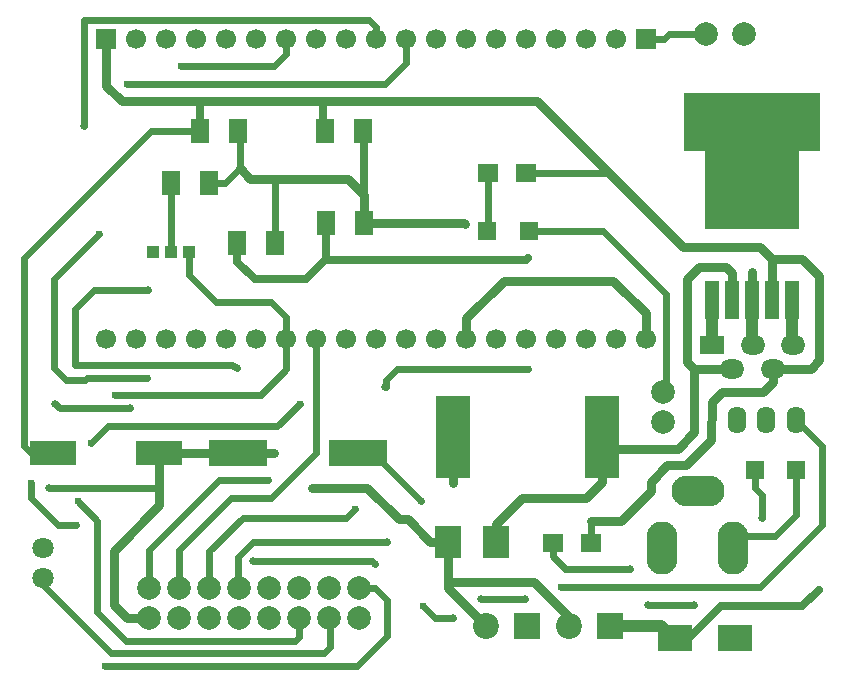
<source format=gtl>
G04 Layer: TopLayer*
G04 EasyEDA v6.5.23, 2023-04-09 10:26:07*
G04 330b7c5f45e04ff093bb28af9a5d1234,10*
G04 Gerber Generator version 0.2*
G04 Scale: 100 percent, Rotated: No, Reflected: No *
G04 Dimensions in millimeters *
G04 leading zeros omitted , absolute positions ,4 integer and 5 decimal *
%FSLAX45Y45*%
%MOMM*%

%AMMACRO1*4,1,9,-4.0008,-5.7819,-4.0008,0.8221,-4.0008,0.8221,-5.7788,0.8221,-5.7788,5.7819,5.7788,5.7819,5.7788,0.8221,3.9997,0.8221,3.9997,-5.7819,-4.0008,-5.7819,0*%
%AMMACRO2*4,1,4,-1,0.75,1,0.75,1,-0.75,-1,-0.75,-1,0.75,0*%
%ADD10C,0.6000*%
%ADD11C,0.8000*%
%ADD12C,1.0000*%
%ADD13C,0.7000*%
%ADD14R,1.1000X1.1000*%
%ADD15R,1.6002X2.0000*%
%ADD16R,1.5000X1.5000*%
%ADD17R,1.8000X1.6000*%
%ADD18R,3.0000X7.0000*%
%ADD19R,5.0000X2.3000*%
%ADD20R,4.0000X2.0000*%
%ADD21R,1.1500X3.2000*%
%ADD22MACRO1*%
%ADD23R,2.2900X2.7200*%
%ADD24R,3.0000X2.2000*%
%ADD25C,1.8000*%
%ADD26R,2.2000X2.2000*%
%ADD27C,2.2000*%
%ADD28C,2.0000*%
%ADD29C,1.7000*%
%ADD30R,1.7000X1.7000*%
%ADD31O,4.499991X2.5999948*%
%ADD32O,2.5999948X4.499991*%
%ADD33O,1.5999968X2.2999954*%
%ADD34MACRO2*%
%ADD35O,2.0999958X1.6500094*%
%ADD36C,5.0000*%
%ADD37C,0.6100*%
%ADD38C,0.6500*%
%ADD39C,0.0106*%

%LPD*%
D10*
X3556000Y850900D02*
G01*
X3657600Y749300D01*
X3810000Y749300D01*
D11*
X3772656Y1397000D02*
G01*
X3772656Y1001196D01*
X4087977Y685876D01*
D10*
X952500Y2641600D02*
G01*
X2184400Y2641600D01*
X2400300Y2857500D01*
X2400300Y3111500D01*
X426211Y2146300D02*
G01*
X241300Y2146300D01*
X177800Y2209800D01*
X177800Y3797300D01*
X1257300Y4876800D01*
X1523745Y4876800D01*
X4051300Y914400D02*
G01*
X4419600Y914400D01*
D11*
X4978400Y1574800D02*
G01*
X5232400Y1574800D01*
X5486400Y1828800D01*
X5486400Y1905000D01*
X5626100Y2044700D01*
X5788657Y2044700D01*
X6000998Y2257046D01*
X6004308Y2575557D01*
X6089401Y2663700D01*
X6434373Y2663700D01*
X6518907Y2748234D01*
X6518907Y2861561D01*
D10*
X2507234Y751842D02*
G01*
X2507234Y589534D01*
X2476500Y558800D01*
X1041400Y558800D01*
X800100Y800100D01*
X800100Y1574800D01*
X635000Y1739900D01*
X2761234Y750570D02*
G01*
X2768600Y743204D01*
X2768600Y508000D01*
X2717800Y457200D01*
X914400Y457200D01*
X342900Y1028700D01*
X342900Y1092200D01*
X1326281Y1850796D02*
G01*
X1322877Y1854200D01*
X393700Y1854200D01*
D11*
X1326286Y2146300D02*
G01*
X1326286Y1707286D01*
X939800Y1320800D01*
X939800Y863600D01*
X1052835Y750570D01*
X1237234Y750570D01*
X5933363Y2861614D02*
G01*
X6178854Y2861614D01*
D10*
X4728718Y1014729D02*
G01*
X6412229Y1014729D01*
X6934200Y1536700D01*
X6934200Y2205736D01*
X6714236Y2425700D01*
X4429506Y4519676D02*
G01*
X5129022Y4517644D01*
X4102100Y4025900D02*
G01*
X4109389Y4033189D01*
X4109389Y4519599D01*
X5588025Y2667000D02*
G01*
X5613400Y2692374D01*
X5613400Y3492500D01*
X5080228Y4025671D01*
X4453254Y4025671D01*
D12*
X6684009Y3443452D02*
G01*
X6684009Y3066465D01*
X6688861Y3061614D01*
D11*
X6173470Y3673602D02*
G01*
X6125972Y3721100D01*
X5892800Y3721100D01*
X5791200Y3619500D01*
X5791200Y2921000D01*
X5850636Y2861563D01*
X5933440Y2861563D01*
X6173444Y3443452D02*
G01*
X6173444Y3673525D01*
X3810000Y1892300D02*
G01*
X3810000Y2280914D01*
X3815085Y2286000D01*
X1991865Y2146300D02*
G01*
X1663700Y2146300D01*
X1326286Y2146300D01*
X1991916Y2146300D02*
G01*
X2298700Y2146300D01*
D10*
X1079500Y2527300D02*
G01*
X482600Y2527300D01*
X444500Y2565400D01*
X1491234Y1004570D02*
G01*
X1491234Y1326134D01*
X1930400Y1765300D01*
X2273300Y1765300D01*
X2654300Y2146300D01*
X2654300Y3111500D01*
X1999234Y1004570D02*
G01*
X1993900Y1009904D01*
X1993900Y1270000D01*
X2120900Y1397000D01*
X3251200Y1397000D01*
X3149600Y1206500D02*
G01*
X3124200Y1231900D01*
X2120900Y1231900D01*
X5308600Y1168400D02*
G01*
X4762500Y1168400D01*
X4658359Y1272539D01*
X4658359Y1384300D01*
X5854700Y863600D02*
G01*
X5461000Y863600D01*
D12*
X5140708Y685800D02*
G01*
X5575325Y685800D01*
X5689625Y571500D01*
D10*
X863600Y342900D02*
G01*
X2997205Y342900D01*
X3251200Y596894D01*
X3251200Y901700D01*
X3148284Y1004620D01*
X3015234Y1004620D01*
X1673910Y4876800D02*
G01*
X1523847Y4876800D01*
X1991918Y2146300D02*
G01*
X1831898Y2146300D01*
X5448300Y5651500D02*
G01*
X5603366Y5651500D01*
X5953785Y5690438D02*
G01*
X5642305Y5690438D01*
X5603366Y5651500D01*
D13*
X2728010Y4876800D02*
G01*
X2715884Y4888925D01*
X2715884Y5127081D01*
X1673910Y4876800D02*
G01*
X1669399Y4881311D01*
X1669399Y5128005D01*
D10*
X2006600Y4559300D02*
G01*
X2006600Y4864100D01*
X1993900Y4876800D01*
X2247900Y1917700D02*
G01*
X1828800Y1917700D01*
X1237234Y1326134D01*
X1237234Y1004570D01*
X1219200Y2781300D02*
G01*
X711200Y2781300D01*
X698500Y2768600D01*
X533400Y2768600D01*
X431800Y2870200D01*
X3416300Y5651500D02*
G01*
X3416300Y5448300D01*
X3238500Y5270500D01*
X1054100Y5270500D01*
X2400325Y5651500D02*
G01*
X2400325Y5524525D01*
X2298700Y5422900D01*
X1511300Y5422900D01*
D12*
X6003290Y3443478D02*
G01*
X6008877Y3061715D01*
X6348856Y3061614D02*
G01*
X6343650Y3066821D01*
X6343650Y3443452D01*
D11*
X6513829Y3443452D02*
G01*
X6513829Y3673525D01*
X1823974Y5128005D02*
G01*
X4521454Y5125212D01*
X5756402Y3890263D01*
X6411468Y3890263D01*
X6513829Y3787902D01*
X6513829Y3673602D01*
X876325Y5651500D02*
G01*
X876300Y5257800D01*
X1006093Y5128005D01*
X1823974Y5128005D01*
X6513829Y3787902D02*
G01*
X6765797Y3787902D01*
X6912356Y3641344D01*
X6912356Y2931413D01*
X6842506Y2861563D01*
X6518909Y2861563D01*
X6343650Y3443455D02*
G01*
X6345631Y3445436D01*
X6345631Y3680231D01*
X5156200Y3606800D02*
G01*
X4241800Y3606800D01*
X3924300Y3289300D01*
X3924300Y3111500D01*
X3911600Y4089400D02*
G01*
X3906895Y4094104D01*
X3056557Y4094104D01*
D13*
X3048000Y4876800D02*
G01*
X3056557Y4868242D01*
X3056557Y4334842D01*
D11*
X5854700Y2858262D02*
G01*
X5854700Y2324100D01*
X5715000Y2184400D01*
X5176520Y2184400D01*
X5074920Y2286000D01*
D10*
X3241802Y2706878D02*
G01*
X3242309Y2761487D01*
X3339845Y2857500D01*
X4445000Y2857500D01*
D11*
X3772661Y1397000D02*
G01*
X3619500Y1397000D01*
X3429000Y1587500D01*
X3352800Y1587500D01*
X3086100Y1854200D01*
X2616200Y1854200D01*
D13*
X4445000Y3797300D02*
G01*
X4432300Y3784600D01*
X2730500Y3784600D01*
X2736542Y3790642D01*
X2736542Y4094104D01*
X5689600Y571500D02*
G01*
X5803900Y571500D01*
X6083300Y850900D01*
X6769100Y850900D01*
X6908800Y990600D01*
D10*
X1745234Y1004570D02*
G01*
X1745234Y1313434D01*
X2032000Y1600200D01*
X2908808Y1600200D01*
X2984500Y1676400D01*
X4978400Y1384300D02*
G01*
X4978400Y1574800D01*
X749300Y2235200D02*
G01*
X889000Y2374900D01*
X2324100Y2374900D01*
X2514600Y2565400D01*
D11*
X5445559Y3114266D02*
G01*
X5445559Y3330140D01*
X5168900Y3606800D01*
X5156200Y3606800D01*
D10*
X6367018Y2006854D02*
G01*
X6367272Y1849628D01*
X6426200Y1790700D01*
X6426200Y1600200D01*
X6184900Y1346200D02*
G01*
X6286500Y1447800D01*
X6540500Y1447800D01*
X6718300Y1625600D01*
X6718300Y2006600D01*
X3011934Y2146300D02*
G01*
X3136900Y2146300D01*
X3543300Y1739900D01*
X241300Y1892300D02*
G01*
X241300Y1765300D01*
X469900Y1536700D01*
X622300Y1536700D01*
D11*
X4177538Y1397000D02*
G01*
X4177538Y1548637D01*
X4394200Y1765300D01*
X4940300Y1765300D01*
X5074920Y1899920D01*
X5074920Y2286000D01*
D10*
X3162300Y5651500D02*
G01*
X3162300Y5753100D01*
X3098800Y5816600D01*
X685800Y5816600D01*
X685800Y4914900D01*
X1981200Y2870200D02*
G01*
X1943100Y2895600D01*
X609600Y2895600D01*
X609600Y3365500D01*
X774700Y3530600D01*
X1231900Y3530600D01*
X431800Y2870200D02*
G01*
X431800Y3619500D01*
X812800Y4000500D01*
X2006600Y4559300D02*
G01*
X1879602Y4432302D01*
X1747512Y4432302D01*
D13*
X1986279Y3924300D02*
G01*
X1986279Y3766820D01*
X2133600Y3619500D01*
X2565400Y3619500D01*
X2730500Y3784600D01*
D10*
X1422400Y3848100D02*
G01*
X1427497Y3853197D01*
X1427497Y4432302D01*
X2400300Y3111500D02*
G01*
X2400300Y3302000D01*
X2273300Y3429000D01*
X1803400Y3429000D01*
X1574800Y3657600D01*
X1574800Y3848100D01*
D11*
X2006600Y4559300D02*
G01*
X2095500Y4470400D01*
X2921000Y4470400D01*
X3056557Y4334842D01*
X3056557Y4094106D01*
D10*
X2306320Y3924300D02*
G01*
X2306320Y4470400D01*
X2298700Y4470400D01*
D11*
X4790693Y685800D02*
G01*
X4790693Y759205D01*
X4495800Y1054100D01*
X3772661Y1054100D01*
D14*
G01*
X1574800Y3848100D03*
G01*
X1422400Y3848100D03*
G01*
X1270000Y3848100D03*
D15*
G01*
X1427505Y4432300D03*
G01*
X1747494Y4432300D03*
D16*
G01*
X4102100Y4025900D03*
G01*
X4453254Y4025671D03*
D17*
G01*
X4429404Y4519599D03*
G01*
X4109389Y4519599D03*
D18*
G01*
X3815003Y2286000D03*
G01*
X5074996Y2286000D03*
D19*
G01*
X1991918Y2146300D03*
G01*
X3011906Y2146300D03*
D20*
G01*
X426313Y2146300D03*
G01*
X1326286Y2146300D03*
D21*
G01*
X6684009Y3443452D03*
G01*
X6513829Y3443452D03*
G01*
X6173470Y3443452D03*
G01*
X6343650Y3443452D03*
G01*
X6003290Y3443452D03*
D22*
G01*
X6343705Y4616805D03*
D23*
G01*
X4177614Y1397000D03*
G01*
X3772611Y1397000D03*
D15*
G01*
X3056534Y4094098D03*
G01*
X2736545Y4094098D03*
G01*
X2728010Y4876800D03*
G01*
X3048000Y4876800D03*
G01*
X1673910Y4876800D03*
G01*
X1993900Y4876800D03*
G01*
X1986305Y3924300D03*
G01*
X2306294Y3924300D03*
D16*
G01*
X6367145Y2006828D03*
G01*
X6718300Y2006600D03*
D17*
G01*
X4978400Y1384300D03*
G01*
X4658385Y1384300D03*
D24*
G01*
X5689600Y584200D03*
G01*
X6197600Y584200D03*
D25*
G01*
X342900Y1092200D03*
G01*
X342900Y1346200D03*
D26*
G01*
X5140680Y685800D03*
D27*
G01*
X4790719Y685800D03*
D26*
G01*
X4437938Y685871D03*
D27*
G01*
X4087977Y685871D03*
D28*
G01*
X6274104Y5691403D03*
G01*
X3015234Y1004620D03*
G01*
X3015234Y750620D03*
G01*
X2761234Y1004620D03*
G01*
X2761259Y750646D03*
G01*
X2507234Y1004620D03*
G01*
X2507234Y750620D03*
G01*
X2253234Y1004620D03*
G01*
X2253259Y750646D03*
G01*
X1999234Y1004620D03*
G01*
X1999234Y750620D03*
G01*
X1745234Y1004620D03*
G01*
X1745234Y750620D03*
G01*
X1491234Y1004620D03*
G01*
X1491234Y750620D03*
G01*
X1237234Y1004620D03*
G01*
X1237259Y750646D03*
D29*
G01*
X5194325Y3111500D03*
G01*
X4940325Y3111500D03*
G01*
X4686325Y3111500D03*
G01*
X4432325Y3111500D03*
G01*
X4178325Y3111500D03*
G01*
X3924325Y3111500D03*
G01*
X3670325Y3111500D03*
G01*
X3416325Y3111500D03*
G01*
X3162325Y3111500D03*
G01*
X2908325Y3111500D03*
G01*
X2654325Y3111500D03*
G01*
X2400325Y3111500D03*
G01*
X2146325Y3111500D03*
G01*
X1892325Y3111500D03*
G01*
X1638325Y3111500D03*
G01*
X4940325Y5651500D03*
G01*
X4686325Y5651500D03*
G01*
X4432325Y5651500D03*
G01*
X4178325Y5651500D03*
G01*
X3924325Y5651500D03*
G01*
X3670325Y5651500D03*
G01*
X3416325Y5651500D03*
G01*
X3162325Y5651500D03*
G01*
X2908325Y5651500D03*
G01*
X2654325Y5651500D03*
G01*
X2400325Y5651500D03*
G01*
X2146325Y5651500D03*
G01*
X1892325Y5651500D03*
G01*
X1638325Y5651500D03*
G01*
X5194325Y5651500D03*
G01*
X1384325Y3111500D03*
G01*
X1130325Y3111500D03*
G01*
X5448325Y3111500D03*
D30*
G01*
X5448300Y5651500D03*
D29*
G01*
X1384325Y5651500D03*
G01*
X1130325Y5651500D03*
G01*
X876325Y3111500D03*
D30*
G01*
X876325Y5651500D03*
D31*
G01*
X5885179Y1826260D03*
D32*
G01*
X6184900Y1346200D03*
G01*
X5585459Y1346200D03*
D33*
G01*
X6214262Y2425674D03*
G01*
X6464274Y2425674D03*
G01*
X6714261Y2425674D03*
D28*
G01*
X5588050Y2413000D03*
G01*
X5588025Y2667000D03*
G01*
X5953785Y5690438D03*
D34*
G01*
X6008839Y3061622D03*
D35*
G01*
X6348856Y3061614D03*
G01*
X6178854Y2861614D03*
G01*
X6518859Y2861614D03*
G01*
X6688861Y3061614D03*
D36*
G01*
X6343700Y4864100D03*
D37*
G01*
X4728667Y1014755D03*
G01*
X3556000Y850900D03*
G01*
X6908800Y990600D03*
G01*
X4445000Y3797300D03*
G01*
X863600Y342900D03*
G01*
X622300Y1536700D03*
G01*
X241300Y1892300D03*
G01*
X1054100Y5270500D03*
G01*
X812800Y4000500D03*
G01*
X1219200Y2781300D03*
G01*
X1511300Y5422900D03*
G01*
X635000Y1739900D03*
G01*
X4445000Y2857500D03*
G01*
X2984500Y1676400D03*
G01*
X749300Y2235200D03*
G01*
X2514600Y2565400D03*
G01*
X952500Y2641600D03*
G01*
X2247900Y1917700D03*
G01*
X3911600Y4089400D03*
G01*
X6345631Y3680231D03*
G01*
X5156200Y3606800D03*
G01*
X2006600Y4559300D03*
D38*
G01*
X5105400Y4533900D03*
G01*
X3251200Y1397000D03*
G01*
X3238500Y2705100D03*
G01*
X3810000Y1892300D03*
G01*
X4978400Y1574800D03*
G01*
X4419600Y914400D03*
G01*
X6426200Y1600200D03*
G01*
X5854700Y863600D03*
G01*
X5461000Y863600D03*
G01*
X5308600Y1168400D03*
G01*
X3543300Y1739900D03*
G01*
X2616200Y1854200D03*
G01*
X2298700Y2146300D03*
G01*
X3149600Y1206500D03*
G01*
X2120900Y1231900D03*
G01*
X1079500Y2527300D03*
G01*
X444500Y2565400D03*
G01*
X685800Y4914900D03*
G01*
X1981200Y2870200D03*
G01*
X1231900Y3530600D03*
G01*
X393700Y1854200D03*
G01*
X4051300Y914400D03*
G01*
X3810000Y749300D03*
M02*

</source>
